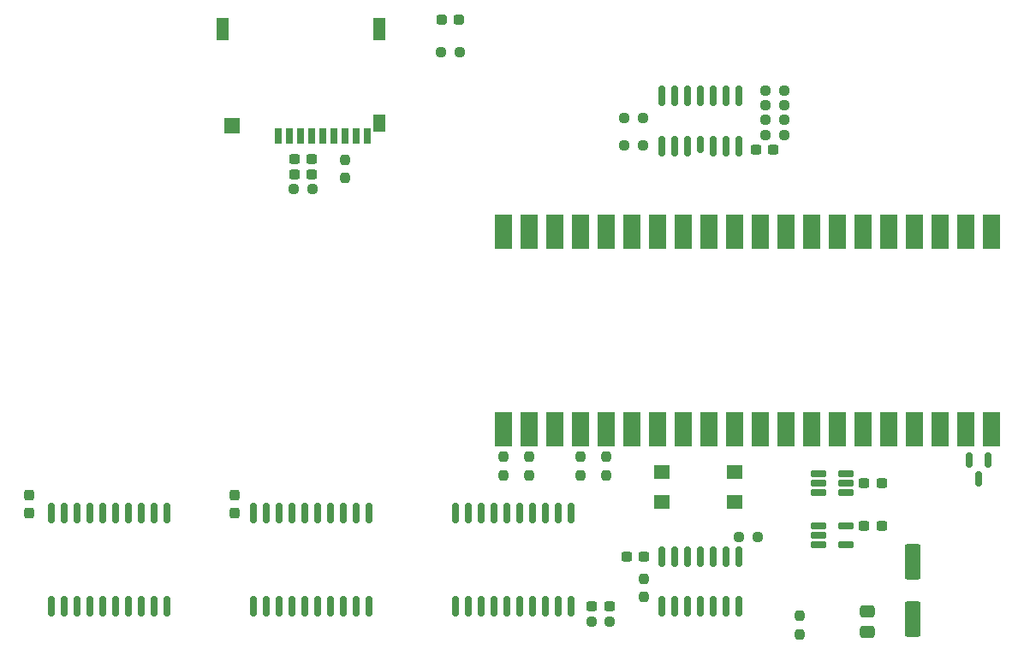
<source format=gbr>
%TF.GenerationSoftware,KiCad,Pcbnew,7.0.11*%
%TF.CreationDate,2024-05-07T16:29:06+02:00*%
%TF.ProjectId,kim-1-programmable-memory,6b696d2d-312d-4707-926f-6772616d6d61,rev?*%
%TF.SameCoordinates,Original*%
%TF.FileFunction,Paste,Top*%
%TF.FilePolarity,Positive*%
%FSLAX46Y46*%
G04 Gerber Fmt 4.6, Leading zero omitted, Abs format (unit mm)*
G04 Created by KiCad (PCBNEW 7.0.11) date 2024-05-07 16:29:06*
%MOMM*%
%LPD*%
G01*
G04 APERTURE LIST*
G04 Aperture macros list*
%AMRoundRect*
0 Rectangle with rounded corners*
0 $1 Rounding radius*
0 $2 $3 $4 $5 $6 $7 $8 $9 X,Y pos of 4 corners*
0 Add a 4 corners polygon primitive as box body*
4,1,4,$2,$3,$4,$5,$6,$7,$8,$9,$2,$3,0*
0 Add four circle primitives for the rounded corners*
1,1,$1+$1,$2,$3*
1,1,$1+$1,$4,$5*
1,1,$1+$1,$6,$7*
1,1,$1+$1,$8,$9*
0 Add four rect primitives between the rounded corners*
20,1,$1+$1,$2,$3,$4,$5,0*
20,1,$1+$1,$4,$5,$6,$7,0*
20,1,$1+$1,$6,$7,$8,$9,0*
20,1,$1+$1,$8,$9,$2,$3,0*%
G04 Aperture macros list end*
%ADD10RoundRect,0.237500X0.287500X0.237500X-0.287500X0.237500X-0.287500X-0.237500X0.287500X-0.237500X0*%
%ADD11RoundRect,0.237500X-0.250000X-0.237500X0.250000X-0.237500X0.250000X0.237500X-0.250000X0.237500X0*%
%ADD12RoundRect,0.237500X-0.237500X0.250000X-0.237500X-0.250000X0.237500X-0.250000X0.237500X0.250000X0*%
%ADD13RoundRect,0.150000X-0.150000X0.825000X-0.150000X-0.825000X0.150000X-0.825000X0.150000X0.825000X0*%
%ADD14RoundRect,0.150000X-0.150000X0.675000X-0.150000X-0.675000X0.150000X-0.675000X0.150000X0.675000X0*%
%ADD15RoundRect,0.237500X0.300000X0.237500X-0.300000X0.237500X-0.300000X-0.237500X0.300000X-0.237500X0*%
%ADD16RoundRect,0.237500X0.237500X-0.250000X0.237500X0.250000X-0.237500X0.250000X-0.237500X-0.250000X0*%
%ADD17RoundRect,0.150000X-0.150000X0.875000X-0.150000X-0.875000X0.150000X-0.875000X0.150000X0.875000X0*%
%ADD18RoundRect,0.237500X-0.300000X-0.237500X0.300000X-0.237500X0.300000X0.237500X-0.300000X0.237500X0*%
%ADD19RoundRect,0.150000X0.150000X-0.875000X0.150000X0.875000X-0.150000X0.875000X-0.150000X-0.875000X0*%
%ADD20RoundRect,0.162500X-0.617500X-0.162500X0.617500X-0.162500X0.617500X0.162500X-0.617500X0.162500X0*%
%ADD21RoundRect,0.250000X0.550000X-1.500000X0.550000X1.500000X-0.550000X1.500000X-0.550000X-1.500000X0*%
%ADD22RoundRect,0.250000X0.475000X-0.337500X0.475000X0.337500X-0.475000X0.337500X-0.475000X-0.337500X0*%
%ADD23R,1.600000X1.400000*%
%ADD24RoundRect,0.237500X0.250000X0.237500X-0.250000X0.237500X-0.250000X-0.237500X0.250000X-0.237500X0*%
%ADD25RoundRect,0.237500X-0.237500X0.300000X-0.237500X-0.300000X0.237500X-0.300000X0.237500X0.300000X0*%
%ADD26R,1.700000X3.500000*%
%ADD27RoundRect,0.150000X0.150000X-0.825000X0.150000X0.825000X-0.150000X0.825000X-0.150000X-0.825000X0*%
%ADD28R,0.700000X1.600000*%
%ADD29R,1.200000X1.800000*%
%ADD30R,1.200000X2.200000*%
%ADD31R,1.600000X1.500000*%
%ADD32RoundRect,0.150000X-0.150000X0.587500X-0.150000X-0.587500X0.150000X-0.587500X0.150000X0.587500X0*%
G04 APERTURE END LIST*
D10*
%TO.C,D1*%
X104272500Y-91940000D03*
X102522500Y-91940000D03*
%TD*%
D11*
%TO.C,R2*%
X117337500Y-151500000D03*
X119162500Y-151500000D03*
%TD*%
D12*
%TO.C,R10*%
X116260000Y-135187500D03*
X116260000Y-137012500D03*
%TD*%
D13*
%TO.C,U7*%
X131970000Y-99465000D03*
X130700000Y-99465000D03*
X129430000Y-99465000D03*
X128160000Y-99465000D03*
X126890000Y-99465000D03*
X125620000Y-99465000D03*
X124350000Y-99465000D03*
X124350000Y-104415000D03*
X125620000Y-104415000D03*
X126890000Y-104415000D03*
D14*
X128160000Y-104265000D03*
D13*
X129430000Y-104415000D03*
X130700000Y-104415000D03*
X131970000Y-104415000D03*
%TD*%
D15*
%TO.C,C5*%
X119122500Y-150030000D03*
X117397500Y-150030000D03*
%TD*%
D16*
%TO.C,R11*%
X93010000Y-107590000D03*
X93010000Y-105765000D03*
%TD*%
D11*
%TO.C,R19*%
X102485000Y-95130000D03*
X104310000Y-95130000D03*
%TD*%
D17*
%TO.C,U5*%
X115365000Y-140730000D03*
X114095000Y-140730000D03*
X112825000Y-140730000D03*
X111555000Y-140730000D03*
X110285000Y-140730000D03*
X109015000Y-140730000D03*
X107745000Y-140730000D03*
X106475000Y-140730000D03*
X105205000Y-140730000D03*
X103935000Y-140730000D03*
X103935000Y-150030000D03*
X105205000Y-150030000D03*
X106475000Y-150030000D03*
X107745000Y-150030000D03*
X109015000Y-150030000D03*
X110285000Y-150030000D03*
X111555000Y-150030000D03*
X112825000Y-150030000D03*
X114095000Y-150030000D03*
X115365000Y-150030000D03*
%TD*%
D18*
%TO.C,C1*%
X120837500Y-145080000D03*
X122562500Y-145080000D03*
%TD*%
D19*
%TO.C,U4*%
X83935000Y-150030000D03*
X85205000Y-150030000D03*
X86475000Y-150030000D03*
X87745000Y-150030000D03*
X89015000Y-150030000D03*
X90285000Y-150030000D03*
X91555000Y-150030000D03*
X92825000Y-150030000D03*
X94095000Y-150030000D03*
X95365000Y-150030000D03*
X95365000Y-140730000D03*
X94095000Y-140730000D03*
X92825000Y-140730000D03*
X91555000Y-140730000D03*
X90285000Y-140730000D03*
X89015000Y-140730000D03*
X87745000Y-140730000D03*
X86475000Y-140730000D03*
X85205000Y-140730000D03*
X83935000Y-140730000D03*
%TD*%
D20*
%TO.C,U6*%
X139780000Y-136870000D03*
X139780000Y-137820000D03*
X139780000Y-138770000D03*
X142480000Y-138770000D03*
X142480000Y-137820000D03*
X142480000Y-136870000D03*
%TD*%
D21*
%TO.C,C9*%
X149150000Y-151230000D03*
X149150000Y-145630000D03*
%TD*%
D15*
%TO.C,C2*%
X146042500Y-142030000D03*
X144317500Y-142030000D03*
%TD*%
D22*
%TO.C,C8*%
X144620000Y-152577500D03*
X144620000Y-150502500D03*
%TD*%
D23*
%TO.C,SW1*%
X124300000Y-136670000D03*
X131500000Y-136670000D03*
X124300000Y-139670000D03*
X131500000Y-139670000D03*
%TD*%
D24*
%TO.C,R18*%
X133790000Y-143120000D03*
X131965000Y-143120000D03*
%TD*%
D25*
%TO.C,C4*%
X82050000Y-139005000D03*
X82050000Y-140730000D03*
%TD*%
D26*
%TO.C,U8*%
X156897500Y-112927500D03*
X154357500Y-112927500D03*
X151817500Y-112927500D03*
X149277500Y-112927500D03*
X146737500Y-112927500D03*
X144197500Y-112927500D03*
X141657500Y-112927500D03*
X139117500Y-112927500D03*
X136577500Y-112927500D03*
X134037500Y-112927500D03*
X131497500Y-112927500D03*
X128957500Y-112927500D03*
X126417500Y-112927500D03*
X123877500Y-112927500D03*
X121337500Y-112927500D03*
X118797500Y-112927500D03*
X116257500Y-112927500D03*
X113717500Y-112927500D03*
X111177500Y-112927500D03*
X108637500Y-112927500D03*
X108637500Y-132507500D03*
X111177500Y-132507500D03*
X113717500Y-132507500D03*
X116257500Y-132507500D03*
X118797500Y-132507500D03*
X121337500Y-132507500D03*
X123877500Y-132507500D03*
X126417500Y-132507500D03*
X128957500Y-132507500D03*
X131497500Y-132507500D03*
X134037500Y-132507500D03*
X136577500Y-132507500D03*
X139117500Y-132507500D03*
X141657500Y-132507500D03*
X144197500Y-132507500D03*
X146737500Y-132507500D03*
X149277500Y-132507500D03*
X151817500Y-132507500D03*
X154357500Y-132507500D03*
X156897500Y-132507500D03*
%TD*%
D15*
%TO.C,C7*%
X135312500Y-104780000D03*
X133587500Y-104780000D03*
%TD*%
D27*
%TO.C,U1*%
X124350000Y-150030000D03*
X125620000Y-150030000D03*
X126890000Y-150030000D03*
X128160000Y-150030000D03*
X129430000Y-150030000D03*
X130700000Y-150030000D03*
X131970000Y-150030000D03*
X131970000Y-145080000D03*
X130700000Y-145080000D03*
X129430000Y-145080000D03*
X128160000Y-145080000D03*
X126890000Y-145080000D03*
X125620000Y-145080000D03*
X124350000Y-145080000D03*
%TD*%
D28*
%TO.C,J5*%
X86410000Y-103450000D03*
X87510000Y-103450000D03*
X88610000Y-103450000D03*
X89710000Y-103450000D03*
X90810000Y-103450000D03*
X91910000Y-103450000D03*
X93010000Y-103450000D03*
X94110000Y-103450000D03*
X95210000Y-103450000D03*
D29*
X96410000Y-102150000D03*
D30*
X96410000Y-92850000D03*
D31*
X81810000Y-102400000D03*
D30*
X80910000Y-92850000D03*
%TD*%
D25*
%TO.C,C3*%
X61750000Y-139005000D03*
X61750000Y-140730000D03*
%TD*%
D12*
%TO.C,R8*%
X111180000Y-135187500D03*
X111180000Y-137012500D03*
%TD*%
D18*
%TO.C,C10*%
X87985000Y-105750000D03*
X89710000Y-105750000D03*
%TD*%
D24*
%TO.C,R16*%
X136375000Y-101860000D03*
X134550000Y-101860000D03*
%TD*%
D12*
%TO.C,R7*%
X108637500Y-135187500D03*
X108637500Y-137012500D03*
%TD*%
D11*
%TO.C,R4*%
X87932500Y-108670000D03*
X89757500Y-108670000D03*
%TD*%
D18*
%TO.C,C11*%
X87985000Y-107210000D03*
X89710000Y-107210000D03*
%TD*%
D11*
%TO.C,R12*%
X120607500Y-101660000D03*
X122432500Y-101660000D03*
%TD*%
D32*
%TO.C,Q1*%
X156580000Y-135515000D03*
X154680000Y-135515000D03*
X155630000Y-137390000D03*
%TD*%
D24*
%TO.C,R15*%
X136375000Y-100400000D03*
X134550000Y-100400000D03*
%TD*%
D16*
%TO.C,R3*%
X122560000Y-149092500D03*
X122560000Y-147267500D03*
%TD*%
D20*
%TO.C,U2*%
X139780000Y-142030000D03*
X139780000Y-142980000D03*
X139780000Y-143930000D03*
X142480000Y-143930000D03*
X142480000Y-142030000D03*
%TD*%
D15*
%TO.C,C6*%
X146042500Y-137820000D03*
X144317500Y-137820000D03*
%TD*%
D19*
%TO.C,U3*%
X63935000Y-150030000D03*
X65205000Y-150030000D03*
X66475000Y-150030000D03*
X67745000Y-150030000D03*
X69015000Y-150030000D03*
X70285000Y-150030000D03*
X71555000Y-150030000D03*
X72825000Y-150030000D03*
X74095000Y-150030000D03*
X75365000Y-150030000D03*
X75365000Y-140730000D03*
X74095000Y-140730000D03*
X72825000Y-140730000D03*
X71555000Y-140730000D03*
X70285000Y-140730000D03*
X69015000Y-140730000D03*
X67745000Y-140730000D03*
X66475000Y-140730000D03*
X65205000Y-140730000D03*
X63935000Y-140730000D03*
%TD*%
D12*
%TO.C,R9*%
X118800000Y-135187500D03*
X118800000Y-137012500D03*
%TD*%
%TO.C,R1*%
X137900000Y-150967500D03*
X137900000Y-152792500D03*
%TD*%
D11*
%TO.C,R13*%
X120607500Y-104400000D03*
X122432500Y-104400000D03*
%TD*%
D24*
%TO.C,R14*%
X136375000Y-98940000D03*
X134550000Y-98940000D03*
%TD*%
%TO.C,R17*%
X136375000Y-103320000D03*
X134550000Y-103320000D03*
%TD*%
M02*

</source>
